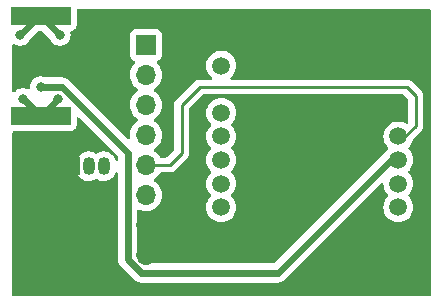
<source format=gbr>
%TF.GenerationSoftware,KiCad,Pcbnew,(6.0.2)*%
%TF.CreationDate,2022-03-07T20:15:47-06:00*%
%TF.ProjectId,RFID_board,52464944-5f62-46f6-9172-642e6b696361,rev?*%
%TF.SameCoordinates,Original*%
%TF.FileFunction,Copper,L2,Bot*%
%TF.FilePolarity,Positive*%
%FSLAX46Y46*%
G04 Gerber Fmt 4.6, Leading zero omitted, Abs format (unit mm)*
G04 Created by KiCad (PCBNEW (6.0.2)) date 2022-03-07 20:15:47*
%MOMM*%
%LPD*%
G01*
G04 APERTURE LIST*
%TA.AperFunction,ComponentPad*%
%ADD10C,1.500000*%
%TD*%
%TA.AperFunction,SMDPad,CuDef*%
%ADD11R,5.080000X1.500000*%
%TD*%
%TA.AperFunction,ComponentPad*%
%ADD12R,1.050000X1.500000*%
%TD*%
%TA.AperFunction,ComponentPad*%
%ADD13O,1.050000X1.500000*%
%TD*%
%TA.AperFunction,ComponentPad*%
%ADD14R,1.700000X1.700000*%
%TD*%
%TA.AperFunction,ComponentPad*%
%ADD15O,1.700000X1.700000*%
%TD*%
%TA.AperFunction,ViaPad*%
%ADD16C,0.800000*%
%TD*%
%TA.AperFunction,Conductor*%
%ADD17C,0.600000*%
%TD*%
%TA.AperFunction,Conductor*%
%ADD18C,0.250000*%
%TD*%
G04 APERTURE END LIST*
D10*
%TO.P,U1,1,GND*%
%TO.N,GND*%
X136460500Y-95906000D03*
%TO.P,U1,2,RST*%
%TO.N,Net-(J1-Pad5)*%
X136460500Y-97906000D03*
%TO.P,U1,3,ANT*%
%TO.N,Net-(ANTENNA1-Pad1)*%
X136460500Y-99906000D03*
%TO.P,U1,4,ANT*%
%TO.N,Net-(ANTENNA1-Pad2)*%
X136460500Y-101906000D03*
%TO.P,U1,5,CARD_PRESENT*%
%TO.N,unconnected-(U1-Pad5)*%
X136460500Y-103906000D03*
%TO.P,U1,6,TAG_IN_RANGE*%
%TO.N,Net-(J1-Pad6)*%
X121460500Y-103906000D03*
%TO.P,U1,7,DATA_SELECT*%
%TO.N,Net-(JP1-Pad2)*%
X121460500Y-101906000D03*
%TO.P,U1,8,DATA1*%
%TO.N,Net-(J1-Pad4)*%
X121460500Y-99906000D03*
%TO.P,U1,9,DATA0*%
%TO.N,Net-(J1-Pad3)*%
X121460500Y-97906000D03*
%TO.P,U1,10,LED*%
%TO.N,RFID_LED*%
X121460500Y-95906000D03*
%TO.P,U1,11,VCC*%
%TO.N,+3V3_RFID*%
X121460500Y-91906000D03*
%TD*%
D11*
%TO.P,ANTENNA1,2,2*%
%TO.N,Net-(ANTENNA1-Pad2)*%
X106172000Y-96198000D03*
X106172000Y-87698000D03*
%TD*%
D12*
%TO.P,Q1,1,E*%
%TO.N,GND*%
X108966000Y-100436000D03*
D13*
%TO.P,Q1,2,B*%
%TO.N,Net-(Q1-Pad2)*%
X110236000Y-100436000D03*
%TO.P,Q1,3,C*%
%TO.N,Net-(Q1-Pad3)*%
X111506000Y-100436000D03*
%TD*%
D14*
%TO.P,J1,1,Pin_1*%
%TO.N,+3V3_RFID*%
X115090500Y-90170000D03*
D15*
%TO.P,J1,2,Pin_2*%
%TO.N,RFID_LED*%
X115090500Y-92710000D03*
%TO.P,J1,3,Pin_3*%
%TO.N,Net-(J1-Pad3)*%
X115090500Y-95250000D03*
%TO.P,J1,4,Pin_4*%
%TO.N,Net-(J1-Pad4)*%
X115090500Y-97790000D03*
%TO.P,J1,5,Pin_5*%
%TO.N,Net-(J1-Pad5)*%
X115090500Y-100330000D03*
%TO.P,J1,6,Pin_6*%
%TO.N,Net-(J1-Pad6)*%
X115090500Y-102870000D03*
%TO.P,J1,7,Pin_7*%
%TO.N,GND*%
X115090500Y-105410000D03*
%TO.P,J1,8,Pin_8*%
X115090500Y-107950000D03*
%TD*%
D16*
%TO.N,GND*%
X111252000Y-87884000D03*
X107696000Y-98044000D03*
X107696000Y-102108000D03*
X110236000Y-106680000D03*
X136144000Y-107696000D03*
X134112000Y-89916000D03*
X127000000Y-101092000D03*
%TO.N,Net-(ANTENNA1-Pad1)*%
X106172000Y-93726000D03*
%TO.N,Net-(ANTENNA1-Pad2)*%
X107800000Y-89325000D03*
X107610000Y-94760000D03*
X104675000Y-94725000D03*
X104450000Y-89325000D03*
%TD*%
D17*
%TO.N,Net-(ANTENNA1-Pad1)*%
X107989022Y-93726000D02*
X113538000Y-99274978D01*
X106172000Y-93726000D02*
X107989022Y-93726000D01*
X114706002Y-109474000D02*
X126238000Y-109474000D01*
X113538000Y-99274978D02*
X113538000Y-108305998D01*
X113538000Y-108305998D02*
X114706002Y-109474000D01*
X135806000Y-99906000D02*
X136460500Y-99906000D01*
X126238000Y-109474000D02*
X135806000Y-99906000D01*
%TO.N,Net-(ANTENNA1-Pad2)*%
X107610000Y-94760000D02*
X106172000Y-96198000D01*
X106172000Y-87698000D02*
X106173000Y-87698000D01*
X104675000Y-94725000D02*
X104699000Y-94725000D01*
X106172000Y-87698000D02*
X106077000Y-87698000D01*
X104699000Y-94725000D02*
X106172000Y-96198000D01*
X106077000Y-87698000D02*
X104450000Y-89325000D01*
X106173000Y-87698000D02*
X107800000Y-89325000D01*
D18*
%TO.N,GND*%
X128524000Y-105410000D02*
X134366000Y-99568000D01*
X115090500Y-105410000D02*
X128524000Y-105410000D01*
X135234000Y-95906000D02*
X136460500Y-95906000D01*
X134366000Y-96774000D02*
X135234000Y-95906000D01*
X134366000Y-99568000D02*
X134366000Y-96774000D01*
%TO.N,Net-(J1-Pad5)*%
X137922000Y-97028000D02*
X137044000Y-97906000D01*
X119634000Y-93726000D02*
X137160000Y-93726000D01*
X137922000Y-94488000D02*
X137922000Y-97028000D01*
X117094000Y-100330000D02*
X118110000Y-99314000D01*
X118110000Y-95250000D02*
X119634000Y-93726000D01*
X115090500Y-100330000D02*
X117094000Y-100330000D01*
X137160000Y-93726000D02*
X137922000Y-94488000D01*
X118110000Y-99314000D02*
X118110000Y-95250000D01*
%TD*%
%TA.AperFunction,Conductor*%
%TO.N,GND*%
G36*
X139184121Y-87153002D02*
G01*
X139230614Y-87206658D01*
X139242000Y-87259000D01*
X139242000Y-111316000D01*
X139221998Y-111384121D01*
X139168342Y-111430614D01*
X139116000Y-111442000D01*
X103909000Y-111442000D01*
X103840879Y-111421998D01*
X103794386Y-111368342D01*
X103783000Y-111316000D01*
X103783000Y-97582500D01*
X103803002Y-97514379D01*
X103856658Y-97467886D01*
X103909000Y-97456500D01*
X108760134Y-97456500D01*
X108822316Y-97449745D01*
X108958705Y-97398615D01*
X109075261Y-97311261D01*
X109162615Y-97194705D01*
X109213745Y-97058316D01*
X109220500Y-96996134D01*
X109220500Y-96405060D01*
X109240502Y-96336939D01*
X109294158Y-96290446D01*
X109364432Y-96280342D01*
X109429012Y-96309836D01*
X109435595Y-96315965D01*
X112692595Y-99572965D01*
X112726621Y-99635277D01*
X112729500Y-99662060D01*
X112729500Y-99834272D01*
X112709498Y-99902393D01*
X112655842Y-99948886D01*
X112585568Y-99958990D01*
X112520988Y-99929496D01*
X112482878Y-99870690D01*
X112481298Y-99865458D01*
X112466142Y-99815258D01*
X112370990Y-99636302D01*
X112349433Y-99609870D01*
X112276000Y-99519834D01*
X112242890Y-99479237D01*
X112225874Y-99465160D01*
X112091472Y-99353973D01*
X112091469Y-99353971D01*
X112086722Y-99350044D01*
X111908435Y-99253644D01*
X111762796Y-99208561D01*
X111720707Y-99195532D01*
X111720704Y-99195531D01*
X111714820Y-99193710D01*
X111708695Y-99193066D01*
X111708694Y-99193066D01*
X111519378Y-99173168D01*
X111519377Y-99173168D01*
X111513250Y-99172524D01*
X111429986Y-99180102D01*
X111317543Y-99190335D01*
X111317540Y-99190336D01*
X111311404Y-99190894D01*
X111305498Y-99192632D01*
X111305494Y-99192633D01*
X111226604Y-99215852D01*
X111116971Y-99248119D01*
X111111514Y-99250972D01*
X111111511Y-99250973D01*
X111048097Y-99284125D01*
X110937540Y-99341923D01*
X110937538Y-99341923D01*
X110937355Y-99342019D01*
X110937337Y-99341984D01*
X110871559Y-99361889D01*
X110810591Y-99346729D01*
X110801815Y-99341984D01*
X110638435Y-99253644D01*
X110492796Y-99208561D01*
X110450707Y-99195532D01*
X110450704Y-99195531D01*
X110444820Y-99193710D01*
X110438695Y-99193066D01*
X110438694Y-99193066D01*
X110249378Y-99173168D01*
X110249377Y-99173168D01*
X110243250Y-99172524D01*
X110159986Y-99180102D01*
X110047543Y-99190335D01*
X110047540Y-99190336D01*
X110041404Y-99190894D01*
X110035498Y-99192632D01*
X110035494Y-99192633D01*
X109956604Y-99215852D01*
X109846971Y-99248119D01*
X109841514Y-99250972D01*
X109841511Y-99250973D01*
X109778097Y-99284125D01*
X109667355Y-99342019D01*
X109509399Y-99469019D01*
X109379119Y-99624281D01*
X109376155Y-99629673D01*
X109376152Y-99629677D01*
X109344843Y-99686629D01*
X109281477Y-99801891D01*
X109220193Y-99995084D01*
X109219507Y-100001201D01*
X109219506Y-100001205D01*
X109211190Y-100075348D01*
X109202500Y-100152817D01*
X109202500Y-100712004D01*
X109217277Y-100862713D01*
X109275858Y-101056742D01*
X109371010Y-101235698D01*
X109374904Y-101240472D01*
X109374905Y-101240474D01*
X109406599Y-101279334D01*
X109499110Y-101392763D01*
X109503857Y-101396690D01*
X109503859Y-101396692D01*
X109650528Y-101518027D01*
X109650531Y-101518029D01*
X109655278Y-101521956D01*
X109833565Y-101618356D01*
X109930373Y-101648323D01*
X110021293Y-101676468D01*
X110021296Y-101676469D01*
X110027180Y-101678290D01*
X110033305Y-101678934D01*
X110033306Y-101678934D01*
X110222622Y-101698832D01*
X110222623Y-101698832D01*
X110228750Y-101699476D01*
X110312014Y-101691898D01*
X110424457Y-101681665D01*
X110424460Y-101681664D01*
X110430596Y-101681106D01*
X110436502Y-101679368D01*
X110436506Y-101679367D01*
X110577909Y-101637749D01*
X110625029Y-101623881D01*
X110630486Y-101621028D01*
X110630489Y-101621027D01*
X110714837Y-101576931D01*
X110804460Y-101530077D01*
X110804462Y-101530077D01*
X110804645Y-101529981D01*
X110804663Y-101530016D01*
X110870441Y-101510111D01*
X110931409Y-101525271D01*
X111103565Y-101618356D01*
X111200373Y-101648323D01*
X111291293Y-101676468D01*
X111291296Y-101676469D01*
X111297180Y-101678290D01*
X111303305Y-101678934D01*
X111303306Y-101678934D01*
X111492622Y-101698832D01*
X111492623Y-101698832D01*
X111498750Y-101699476D01*
X111582014Y-101691898D01*
X111694457Y-101681665D01*
X111694460Y-101681664D01*
X111700596Y-101681106D01*
X111706502Y-101679368D01*
X111706506Y-101679367D01*
X111847909Y-101637749D01*
X111895029Y-101623881D01*
X111900486Y-101621028D01*
X111900489Y-101621027D01*
X111984837Y-101576931D01*
X112074645Y-101529981D01*
X112232601Y-101402981D01*
X112362881Y-101247719D01*
X112365845Y-101242327D01*
X112365848Y-101242323D01*
X112457556Y-101075506D01*
X112460523Y-101070109D01*
X112483398Y-100997997D01*
X112523061Y-100939113D01*
X112588263Y-100911020D01*
X112658303Y-100922637D01*
X112710943Y-100970277D01*
X112729500Y-101036095D01*
X112729500Y-108296784D01*
X112729493Y-108298104D01*
X112728549Y-108388219D01*
X112737711Y-108430595D01*
X112739769Y-108443161D01*
X112744603Y-108486253D01*
X112746919Y-108492904D01*
X112746920Y-108492908D01*
X112755633Y-108517928D01*
X112759796Y-108532740D01*
X112766881Y-108565508D01*
X112785208Y-108604811D01*
X112789990Y-108616587D01*
X112804255Y-108657550D01*
X112807989Y-108663525D01*
X112807990Y-108663528D01*
X112822027Y-108685993D01*
X112829366Y-108699510D01*
X112840559Y-108723512D01*
X112843538Y-108729900D01*
X112847855Y-108735465D01*
X112847856Y-108735467D01*
X112870106Y-108764151D01*
X112877402Y-108774610D01*
X112900374Y-108811374D01*
X112905334Y-108816369D01*
X112905335Y-108816370D01*
X112928976Y-108840177D01*
X112929561Y-108840802D01*
X112930078Y-108841468D01*
X112956068Y-108867458D01*
X113028185Y-108940080D01*
X113029222Y-108940738D01*
X113030451Y-108941841D01*
X114127768Y-110039158D01*
X114128696Y-110040095D01*
X114168023Y-110080254D01*
X114191773Y-110104507D01*
X114228223Y-110127998D01*
X114238548Y-110135417D01*
X114272445Y-110162476D01*
X114278786Y-110165541D01*
X114278787Y-110165542D01*
X114302639Y-110177072D01*
X114316056Y-110184601D01*
X114344240Y-110202765D01*
X114350857Y-110205173D01*
X114350862Y-110205176D01*
X114384975Y-110217592D01*
X114396718Y-110222553D01*
X114429405Y-110238354D01*
X114429410Y-110238356D01*
X114435751Y-110241421D01*
X114442609Y-110243004D01*
X114442611Y-110243005D01*
X114468428Y-110248965D01*
X114483171Y-110253332D01*
X114514687Y-110264803D01*
X114521677Y-110265686D01*
X114521685Y-110265688D01*
X114557703Y-110270238D01*
X114570255Y-110272474D01*
X114605616Y-110280638D01*
X114605619Y-110280638D01*
X114612487Y-110282224D01*
X114619533Y-110282249D01*
X114619536Y-110282249D01*
X114653058Y-110282366D01*
X114653940Y-110282395D01*
X114654771Y-110282500D01*
X114691421Y-110282500D01*
X114691861Y-110282501D01*
X114790345Y-110282845D01*
X114790350Y-110282845D01*
X114793872Y-110282857D01*
X114795072Y-110282589D01*
X114796709Y-110282500D01*
X126228786Y-110282500D01*
X126230106Y-110282507D01*
X126320221Y-110283451D01*
X126362597Y-110274289D01*
X126375163Y-110272231D01*
X126418255Y-110267397D01*
X126424906Y-110265081D01*
X126424910Y-110265080D01*
X126449930Y-110256367D01*
X126464742Y-110252204D01*
X126490619Y-110246609D01*
X126497510Y-110245119D01*
X126536813Y-110226792D01*
X126548589Y-110222010D01*
X126589552Y-110207745D01*
X126595527Y-110204011D01*
X126595530Y-110204010D01*
X126617995Y-110189973D01*
X126631512Y-110182634D01*
X126655514Y-110171441D01*
X126655515Y-110171440D01*
X126661902Y-110168462D01*
X126696153Y-110141894D01*
X126706612Y-110134598D01*
X126737404Y-110115358D01*
X126737407Y-110115356D01*
X126743376Y-110111626D01*
X126772179Y-110083024D01*
X126772804Y-110082439D01*
X126773470Y-110081922D01*
X126799460Y-110055932D01*
X126872082Y-109983815D01*
X126872740Y-109982778D01*
X126873843Y-109981549D01*
X134986191Y-101869201D01*
X135048503Y-101835175D01*
X135119318Y-101840240D01*
X135176154Y-101882787D01*
X135200807Y-101947314D01*
X135216385Y-102125371D01*
X135273380Y-102338076D01*
X135275705Y-102343061D01*
X135364118Y-102532666D01*
X135364121Y-102532671D01*
X135366444Y-102537653D01*
X135492751Y-102718038D01*
X135591618Y-102816905D01*
X135625644Y-102879217D01*
X135620579Y-102950032D01*
X135591618Y-102995095D01*
X135492751Y-103093962D01*
X135489594Y-103098470D01*
X135489592Y-103098473D01*
X135444394Y-103163023D01*
X135366444Y-103274347D01*
X135364121Y-103279329D01*
X135364118Y-103279334D01*
X135323306Y-103366857D01*
X135273380Y-103473924D01*
X135216385Y-103686629D01*
X135197193Y-103906000D01*
X135216385Y-104125371D01*
X135273380Y-104338076D01*
X135275705Y-104343061D01*
X135364118Y-104532666D01*
X135364121Y-104532671D01*
X135366444Y-104537653D01*
X135492751Y-104718038D01*
X135648462Y-104873749D01*
X135828846Y-105000056D01*
X136028424Y-105093120D01*
X136241129Y-105150115D01*
X136460500Y-105169307D01*
X136679871Y-105150115D01*
X136892576Y-105093120D01*
X137092154Y-105000056D01*
X137272538Y-104873749D01*
X137428249Y-104718038D01*
X137554556Y-104537653D01*
X137556879Y-104532671D01*
X137556882Y-104532666D01*
X137645295Y-104343061D01*
X137647620Y-104338076D01*
X137704615Y-104125371D01*
X137723807Y-103906000D01*
X137704615Y-103686629D01*
X137647620Y-103473924D01*
X137597694Y-103366857D01*
X137556882Y-103279334D01*
X137556879Y-103279329D01*
X137554556Y-103274347D01*
X137476606Y-103163023D01*
X137431408Y-103098473D01*
X137431406Y-103098470D01*
X137428249Y-103093962D01*
X137329382Y-102995095D01*
X137295356Y-102932783D01*
X137300421Y-102861968D01*
X137329382Y-102816905D01*
X137428249Y-102718038D01*
X137554556Y-102537653D01*
X137556879Y-102532671D01*
X137556882Y-102532666D01*
X137645295Y-102343061D01*
X137647620Y-102338076D01*
X137704615Y-102125371D01*
X137723807Y-101906000D01*
X137704615Y-101686629D01*
X137647620Y-101473924D01*
X137598007Y-101367529D01*
X137556882Y-101279334D01*
X137556879Y-101279329D01*
X137554556Y-101274347D01*
X137551399Y-101269838D01*
X137431408Y-101098473D01*
X137431406Y-101098470D01*
X137428249Y-101093962D01*
X137329382Y-100995095D01*
X137295356Y-100932783D01*
X137300421Y-100861968D01*
X137329382Y-100816905D01*
X137428249Y-100718038D01*
X137554556Y-100537653D01*
X137556879Y-100532671D01*
X137556882Y-100532666D01*
X137645295Y-100343061D01*
X137647620Y-100338076D01*
X137704615Y-100125371D01*
X137723807Y-99906000D01*
X137704615Y-99686629D01*
X137647620Y-99473924D01*
X137581930Y-99333051D01*
X137556882Y-99279334D01*
X137556879Y-99279329D01*
X137554556Y-99274347D01*
X137538784Y-99251822D01*
X137431408Y-99098473D01*
X137431406Y-99098470D01*
X137428249Y-99093962D01*
X137329382Y-98995095D01*
X137295356Y-98932783D01*
X137300421Y-98861968D01*
X137329382Y-98816905D01*
X137428249Y-98718038D01*
X137456889Y-98677137D01*
X137551399Y-98542162D01*
X137551400Y-98542160D01*
X137554556Y-98537653D01*
X137556879Y-98532671D01*
X137556882Y-98532666D01*
X137645297Y-98343058D01*
X137645297Y-98343057D01*
X137647620Y-98338076D01*
X137690050Y-98179726D01*
X137722662Y-98123242D01*
X138314247Y-97531657D01*
X138322537Y-97524113D01*
X138329018Y-97520000D01*
X138375659Y-97470332D01*
X138378413Y-97467491D01*
X138398135Y-97447769D01*
X138400612Y-97444576D01*
X138408317Y-97435555D01*
X138433159Y-97409100D01*
X138438586Y-97403321D01*
X138444134Y-97393229D01*
X138448346Y-97385568D01*
X138459202Y-97369041D01*
X138466757Y-97359302D01*
X138466758Y-97359300D01*
X138471614Y-97353040D01*
X138489174Y-97312460D01*
X138494391Y-97301812D01*
X138511875Y-97270009D01*
X138511876Y-97270007D01*
X138515695Y-97263060D01*
X138520733Y-97243437D01*
X138527137Y-97224734D01*
X138532033Y-97213420D01*
X138532033Y-97213419D01*
X138535181Y-97206145D01*
X138536420Y-97198322D01*
X138536423Y-97198312D01*
X138542099Y-97162476D01*
X138544505Y-97150856D01*
X138553528Y-97115711D01*
X138553528Y-97115710D01*
X138555500Y-97108030D01*
X138555500Y-97087776D01*
X138557051Y-97068065D01*
X138558980Y-97055886D01*
X138560220Y-97048057D01*
X138556059Y-97004038D01*
X138555500Y-96992181D01*
X138555500Y-94566768D01*
X138556027Y-94555585D01*
X138557702Y-94548092D01*
X138555562Y-94480001D01*
X138555500Y-94476044D01*
X138555500Y-94448144D01*
X138554996Y-94444153D01*
X138554063Y-94432311D01*
X138553759Y-94422617D01*
X138552674Y-94388111D01*
X138550462Y-94380497D01*
X138550461Y-94380492D01*
X138547023Y-94368659D01*
X138543012Y-94349295D01*
X138541467Y-94337064D01*
X138540474Y-94329203D01*
X138537557Y-94321836D01*
X138537556Y-94321831D01*
X138524198Y-94288092D01*
X138520354Y-94276865D01*
X138510230Y-94242022D01*
X138508018Y-94234407D01*
X138497707Y-94216972D01*
X138489012Y-94199224D01*
X138481552Y-94180383D01*
X138455564Y-94144613D01*
X138449048Y-94134693D01*
X138430580Y-94103465D01*
X138430578Y-94103462D01*
X138426542Y-94096638D01*
X138412221Y-94082317D01*
X138399380Y-94067283D01*
X138392132Y-94057307D01*
X138387472Y-94050893D01*
X138353407Y-94022712D01*
X138344626Y-94014722D01*
X137663647Y-93333742D01*
X137656113Y-93325463D01*
X137652000Y-93318982D01*
X137602348Y-93272356D01*
X137599507Y-93269602D01*
X137579770Y-93249865D01*
X137576573Y-93247385D01*
X137567551Y-93239680D01*
X137554116Y-93227064D01*
X137535321Y-93209414D01*
X137528375Y-93205595D01*
X137528372Y-93205593D01*
X137517566Y-93199652D01*
X137501047Y-93188801D01*
X137495048Y-93184148D01*
X137485041Y-93176386D01*
X137477772Y-93173241D01*
X137477768Y-93173238D01*
X137444463Y-93158826D01*
X137433813Y-93153609D01*
X137395060Y-93132305D01*
X137375437Y-93127267D01*
X137356734Y-93120863D01*
X137345420Y-93115967D01*
X137345419Y-93115967D01*
X137338145Y-93112819D01*
X137330322Y-93111580D01*
X137330312Y-93111577D01*
X137294476Y-93105901D01*
X137282856Y-93103495D01*
X137247711Y-93094472D01*
X137247710Y-93094472D01*
X137240030Y-93092500D01*
X137219776Y-93092500D01*
X137200065Y-93090949D01*
X137197534Y-93090548D01*
X137180057Y-93087780D01*
X137138779Y-93091682D01*
X137136039Y-93091941D01*
X137124181Y-93092500D01*
X122357276Y-93092500D01*
X122289155Y-93072498D01*
X122242662Y-93018842D01*
X122232558Y-92948568D01*
X122262052Y-92883988D01*
X122272247Y-92873953D01*
X122272538Y-92873749D01*
X122428249Y-92718038D01*
X122433878Y-92710000D01*
X122551399Y-92542162D01*
X122551400Y-92542160D01*
X122554556Y-92537653D01*
X122556879Y-92532671D01*
X122556882Y-92532666D01*
X122645295Y-92343061D01*
X122647620Y-92338076D01*
X122704615Y-92125371D01*
X122723807Y-91906000D01*
X122704615Y-91686629D01*
X122647620Y-91473924D01*
X122601995Y-91376081D01*
X122556882Y-91279334D01*
X122556879Y-91279329D01*
X122554556Y-91274347D01*
X122543318Y-91258297D01*
X122431408Y-91098473D01*
X122431406Y-91098470D01*
X122428249Y-91093962D01*
X122272538Y-90938251D01*
X122092154Y-90811944D01*
X121892576Y-90718880D01*
X121679871Y-90661885D01*
X121460500Y-90642693D01*
X121241129Y-90661885D01*
X121028424Y-90718880D01*
X120935062Y-90762415D01*
X120833834Y-90809618D01*
X120833829Y-90809621D01*
X120828847Y-90811944D01*
X120824340Y-90815100D01*
X120824338Y-90815101D01*
X120652973Y-90935092D01*
X120652970Y-90935094D01*
X120648462Y-90938251D01*
X120492751Y-91093962D01*
X120489594Y-91098470D01*
X120489592Y-91098473D01*
X120377682Y-91258297D01*
X120366444Y-91274347D01*
X120364121Y-91279329D01*
X120364118Y-91279334D01*
X120319005Y-91376081D01*
X120273380Y-91473924D01*
X120216385Y-91686629D01*
X120197193Y-91906000D01*
X120216385Y-92125371D01*
X120273380Y-92338076D01*
X120275705Y-92343061D01*
X120364118Y-92532666D01*
X120364121Y-92532671D01*
X120366444Y-92537653D01*
X120369600Y-92542160D01*
X120369601Y-92542162D01*
X120487123Y-92710000D01*
X120492751Y-92718038D01*
X120648462Y-92873749D01*
X120647719Y-92874492D01*
X120684042Y-92929089D01*
X120685168Y-93000076D01*
X120647736Y-93060404D01*
X120583631Y-93090917D01*
X120563724Y-93092500D01*
X119712763Y-93092500D01*
X119701579Y-93091973D01*
X119694091Y-93090299D01*
X119686168Y-93090548D01*
X119626033Y-93092438D01*
X119622075Y-93092500D01*
X119594144Y-93092500D01*
X119590229Y-93092995D01*
X119590225Y-93092995D01*
X119590167Y-93093003D01*
X119590138Y-93093006D01*
X119578296Y-93093939D01*
X119534110Y-93095327D01*
X119516744Y-93100372D01*
X119514658Y-93100978D01*
X119495306Y-93104986D01*
X119483068Y-93106532D01*
X119483066Y-93106533D01*
X119475203Y-93107526D01*
X119434086Y-93123806D01*
X119422885Y-93127641D01*
X119380406Y-93139982D01*
X119373587Y-93144015D01*
X119373582Y-93144017D01*
X119362971Y-93150293D01*
X119345221Y-93158990D01*
X119326383Y-93166448D01*
X119319967Y-93171109D01*
X119319966Y-93171110D01*
X119290625Y-93192428D01*
X119280701Y-93198947D01*
X119249460Y-93217422D01*
X119249455Y-93217426D01*
X119242637Y-93221458D01*
X119228313Y-93235782D01*
X119213281Y-93248621D01*
X119196893Y-93260528D01*
X119168712Y-93294593D01*
X119160722Y-93303373D01*
X117717747Y-94746348D01*
X117709461Y-94753888D01*
X117702982Y-94758000D01*
X117697557Y-94763777D01*
X117656357Y-94807651D01*
X117653602Y-94810493D01*
X117633865Y-94830230D01*
X117631385Y-94833427D01*
X117623682Y-94842447D01*
X117593414Y-94874679D01*
X117589595Y-94881625D01*
X117589593Y-94881628D01*
X117583652Y-94892434D01*
X117572801Y-94908953D01*
X117560386Y-94924959D01*
X117557241Y-94932228D01*
X117557238Y-94932232D01*
X117542826Y-94965537D01*
X117537609Y-94976187D01*
X117516305Y-95014940D01*
X117514334Y-95022615D01*
X117514334Y-95022616D01*
X117511267Y-95034562D01*
X117504863Y-95053266D01*
X117496819Y-95071855D01*
X117495580Y-95079678D01*
X117495577Y-95079688D01*
X117489901Y-95115524D01*
X117487495Y-95127144D01*
X117476500Y-95169970D01*
X117476500Y-95190224D01*
X117474949Y-95209934D01*
X117471780Y-95229943D01*
X117472526Y-95237835D01*
X117475941Y-95273961D01*
X117476500Y-95285819D01*
X117476500Y-98999405D01*
X117456498Y-99067526D01*
X117439595Y-99088501D01*
X116868499Y-99659596D01*
X116806187Y-99693621D01*
X116779404Y-99696500D01*
X116367305Y-99696500D01*
X116299184Y-99676498D01*
X116261513Y-99638940D01*
X116173322Y-99502617D01*
X116173320Y-99502614D01*
X116170514Y-99498277D01*
X116020170Y-99333051D01*
X116016119Y-99329852D01*
X116016115Y-99329848D01*
X115848914Y-99197800D01*
X115848910Y-99197798D01*
X115844859Y-99194598D01*
X115803553Y-99171796D01*
X115753584Y-99121364D01*
X115738812Y-99051921D01*
X115763928Y-98985516D01*
X115791280Y-98958909D01*
X115910670Y-98873749D01*
X115970360Y-98831173D01*
X116128596Y-98673489D01*
X116222964Y-98542162D01*
X116255935Y-98496277D01*
X116258953Y-98492077D01*
X116332603Y-98343058D01*
X116355636Y-98296453D01*
X116355637Y-98296451D01*
X116357930Y-98291811D01*
X116422870Y-98078069D01*
X116452029Y-97856590D01*
X116453656Y-97790000D01*
X116435352Y-97567361D01*
X116380931Y-97350702D01*
X116291854Y-97145840D01*
X116200119Y-97004039D01*
X116173322Y-96962617D01*
X116173320Y-96962614D01*
X116170514Y-96958277D01*
X116020170Y-96793051D01*
X116016119Y-96789852D01*
X116016115Y-96789848D01*
X115848914Y-96657800D01*
X115848910Y-96657798D01*
X115844859Y-96654598D01*
X115803553Y-96631796D01*
X115753584Y-96581364D01*
X115738812Y-96511921D01*
X115763928Y-96445516D01*
X115791280Y-96418909D01*
X115835103Y-96387650D01*
X115970360Y-96291173D01*
X116128596Y-96133489D01*
X116134430Y-96125371D01*
X116255935Y-95956277D01*
X116258953Y-95952077D01*
X116284432Y-95900525D01*
X116355636Y-95756453D01*
X116355637Y-95756451D01*
X116357930Y-95751811D01*
X116422870Y-95538069D01*
X116452029Y-95316590D01*
X116453656Y-95250000D01*
X116435352Y-95027361D01*
X116380931Y-94810702D01*
X116291854Y-94605840D01*
X116189836Y-94448144D01*
X116173322Y-94422617D01*
X116173320Y-94422614D01*
X116170514Y-94418277D01*
X116020170Y-94253051D01*
X116016119Y-94249852D01*
X116016115Y-94249848D01*
X115848914Y-94117800D01*
X115848910Y-94117798D01*
X115844859Y-94114598D01*
X115803553Y-94091796D01*
X115753584Y-94041364D01*
X115738812Y-93971921D01*
X115763928Y-93905516D01*
X115791280Y-93878909D01*
X115835103Y-93847650D01*
X115970360Y-93751173D01*
X116128596Y-93593489D01*
X116188094Y-93510689D01*
X116255935Y-93416277D01*
X116258953Y-93412077D01*
X116290266Y-93348721D01*
X116355636Y-93216453D01*
X116355637Y-93216451D01*
X116357930Y-93211811D01*
X116422870Y-92998069D01*
X116452029Y-92776590D01*
X116452111Y-92773240D01*
X116453574Y-92713365D01*
X116453574Y-92713361D01*
X116453656Y-92710000D01*
X116435352Y-92487361D01*
X116380931Y-92270702D01*
X116291854Y-92065840D01*
X116170514Y-91878277D01*
X116167032Y-91874450D01*
X116023298Y-91716488D01*
X115992246Y-91652642D01*
X116000641Y-91582143D01*
X116045817Y-91527375D01*
X116072261Y-91513706D01*
X116178797Y-91473767D01*
X116187205Y-91470615D01*
X116303761Y-91383261D01*
X116391115Y-91266705D01*
X116442245Y-91130316D01*
X116449000Y-91068134D01*
X116449000Y-89271866D01*
X116442245Y-89209684D01*
X116391115Y-89073295D01*
X116303761Y-88956739D01*
X116187205Y-88869385D01*
X116050816Y-88818255D01*
X115988634Y-88811500D01*
X114192366Y-88811500D01*
X114130184Y-88818255D01*
X113993795Y-88869385D01*
X113877239Y-88956739D01*
X113789885Y-89073295D01*
X113738755Y-89209684D01*
X113732000Y-89271866D01*
X113732000Y-91068134D01*
X113738755Y-91130316D01*
X113789885Y-91266705D01*
X113877239Y-91383261D01*
X113993795Y-91470615D01*
X114002204Y-91473767D01*
X114002205Y-91473768D01*
X114110951Y-91514535D01*
X114167716Y-91557176D01*
X114192416Y-91623738D01*
X114177209Y-91693087D01*
X114157816Y-91719568D01*
X114031129Y-91852138D01*
X113905243Y-92036680D01*
X113811188Y-92239305D01*
X113751489Y-92454570D01*
X113727751Y-92676695D01*
X113728048Y-92681848D01*
X113728048Y-92681851D01*
X113735949Y-92818872D01*
X113740610Y-92899715D01*
X113741747Y-92904761D01*
X113741748Y-92904767D01*
X113753519Y-92956995D01*
X113789722Y-93117639D01*
X113873766Y-93324616D01*
X113990487Y-93515088D01*
X114136750Y-93683938D01*
X114213346Y-93747529D01*
X114298075Y-93817872D01*
X114308626Y-93826632D01*
X114356888Y-93854834D01*
X114381945Y-93869476D01*
X114430669Y-93921114D01*
X114443740Y-93990897D01*
X114417009Y-94056669D01*
X114376555Y-94090027D01*
X114364107Y-94096507D01*
X114359974Y-94099610D01*
X114359971Y-94099612D01*
X114227315Y-94199213D01*
X114185465Y-94230635D01*
X114031129Y-94392138D01*
X114028215Y-94396410D01*
X114028214Y-94396411D01*
X113995646Y-94444154D01*
X113905243Y-94576680D01*
X113889503Y-94610590D01*
X113822778Y-94754337D01*
X113811188Y-94779305D01*
X113751489Y-94994570D01*
X113727751Y-95216695D01*
X113728048Y-95221848D01*
X113728048Y-95221851D01*
X113733511Y-95316590D01*
X113740610Y-95439715D01*
X113741747Y-95444761D01*
X113741748Y-95444767D01*
X113747196Y-95468939D01*
X113789722Y-95657639D01*
X113873766Y-95864616D01*
X113990487Y-96055088D01*
X114136750Y-96223938D01*
X114308626Y-96366632D01*
X114374388Y-96405060D01*
X114381945Y-96409476D01*
X114430669Y-96461114D01*
X114443740Y-96530897D01*
X114417009Y-96596669D01*
X114376555Y-96630027D01*
X114364107Y-96636507D01*
X114359974Y-96639610D01*
X114359971Y-96639612D01*
X114250327Y-96721935D01*
X114185465Y-96770635D01*
X114181893Y-96774373D01*
X114081702Y-96879217D01*
X114031129Y-96932138D01*
X114028215Y-96936410D01*
X114028214Y-96936411D01*
X114015904Y-96954457D01*
X113905243Y-97116680D01*
X113889503Y-97150590D01*
X113818255Y-97304081D01*
X113811188Y-97319305D01*
X113751489Y-97534570D01*
X113727751Y-97756695D01*
X113728048Y-97761848D01*
X113728048Y-97761851D01*
X113733511Y-97856590D01*
X113740610Y-97979715D01*
X113741747Y-97984761D01*
X113741748Y-97984767D01*
X113748079Y-98012857D01*
X113743543Y-98083708D01*
X113701421Y-98140860D01*
X113635088Y-98166166D01*
X113565603Y-98151593D01*
X113536067Y-98129653D01*
X108567256Y-93160842D01*
X108566328Y-93159905D01*
X108508179Y-93100525D01*
X108508178Y-93100524D01*
X108503251Y-93095493D01*
X108466801Y-93072002D01*
X108456476Y-93064583D01*
X108422579Y-93037524D01*
X108392384Y-93022927D01*
X108378967Y-93015398D01*
X108350784Y-92997235D01*
X108344167Y-92994827D01*
X108344162Y-92994824D01*
X108310049Y-92982408D01*
X108298306Y-92977447D01*
X108265619Y-92961646D01*
X108265614Y-92961644D01*
X108259273Y-92958579D01*
X108252415Y-92956996D01*
X108252413Y-92956995D01*
X108226596Y-92951035D01*
X108211853Y-92946668D01*
X108180337Y-92935197D01*
X108173347Y-92934314D01*
X108173339Y-92934312D01*
X108137321Y-92929762D01*
X108124769Y-92927526D01*
X108089408Y-92919362D01*
X108089405Y-92919362D01*
X108082537Y-92917776D01*
X108075491Y-92917751D01*
X108075488Y-92917751D01*
X108041966Y-92917634D01*
X108041084Y-92917605D01*
X108040253Y-92917500D01*
X108003603Y-92917500D01*
X108003163Y-92917499D01*
X107904679Y-92917155D01*
X107904674Y-92917155D01*
X107901152Y-92917143D01*
X107899952Y-92917411D01*
X107898315Y-92917500D01*
X106616494Y-92917500D01*
X106565245Y-92906607D01*
X106460319Y-92859891D01*
X106460318Y-92859891D01*
X106454288Y-92857206D01*
X106360888Y-92837353D01*
X106273944Y-92818872D01*
X106273939Y-92818872D01*
X106267487Y-92817500D01*
X106076513Y-92817500D01*
X106070061Y-92818872D01*
X106070056Y-92818872D01*
X105983112Y-92837353D01*
X105889712Y-92857206D01*
X105883682Y-92859891D01*
X105883681Y-92859891D01*
X105721278Y-92932197D01*
X105721276Y-92932198D01*
X105715248Y-92934882D01*
X105709907Y-92938762D01*
X105709906Y-92938763D01*
X105693015Y-92951035D01*
X105560747Y-93047134D01*
X105556326Y-93052044D01*
X105556325Y-93052045D01*
X105447203Y-93173238D01*
X105432960Y-93189056D01*
X105386457Y-93269602D01*
X105352152Y-93329020D01*
X105337473Y-93354444D01*
X105278458Y-93536072D01*
X105258496Y-93726000D01*
X105259186Y-93732564D01*
X105264828Y-93786244D01*
X105252056Y-93856083D01*
X105203554Y-93907930D01*
X105134721Y-93925324D01*
X105088270Y-93914522D01*
X104963323Y-93858892D01*
X104963315Y-93858889D01*
X104957288Y-93856206D01*
X104863887Y-93836353D01*
X104776944Y-93817872D01*
X104776939Y-93817872D01*
X104770487Y-93816500D01*
X104579513Y-93816500D01*
X104573061Y-93817872D01*
X104573056Y-93817872D01*
X104486113Y-93836353D01*
X104392712Y-93856206D01*
X104386682Y-93858891D01*
X104386681Y-93858891D01*
X104224278Y-93931197D01*
X104224276Y-93931198D01*
X104218248Y-93933882D01*
X104063747Y-94046134D01*
X104004348Y-94112104D01*
X104002636Y-94114005D01*
X103942190Y-94151245D01*
X103871207Y-94149893D01*
X103812222Y-94110380D01*
X103783964Y-94045249D01*
X103783000Y-94029695D01*
X103783000Y-90210653D01*
X103803002Y-90142532D01*
X103856658Y-90096039D01*
X103926932Y-90085935D01*
X103983058Y-90108715D01*
X103993248Y-90116118D01*
X103999276Y-90118802D01*
X103999278Y-90118803D01*
X104052575Y-90142532D01*
X104167712Y-90193794D01*
X104247027Y-90210653D01*
X104348056Y-90232128D01*
X104348061Y-90232128D01*
X104354513Y-90233500D01*
X104545487Y-90233500D01*
X104551939Y-90232128D01*
X104551944Y-90232128D01*
X104652973Y-90210653D01*
X104732288Y-90193794D01*
X104847425Y-90142532D01*
X104900722Y-90118803D01*
X104900724Y-90118802D01*
X104906752Y-90116118D01*
X104916942Y-90108715D01*
X104962157Y-90075864D01*
X105061253Y-90003866D01*
X105189040Y-89861944D01*
X105284527Y-89696556D01*
X105305354Y-89632458D01*
X105336092Y-89582300D01*
X105924987Y-88993405D01*
X105987299Y-88959379D01*
X106014082Y-88956500D01*
X106235918Y-88956500D01*
X106304039Y-88976502D01*
X106325013Y-88993405D01*
X106913908Y-89582300D01*
X106944646Y-89632458D01*
X106965473Y-89696556D01*
X107060960Y-89861944D01*
X107188747Y-90003866D01*
X107287843Y-90075864D01*
X107333059Y-90108715D01*
X107343248Y-90116118D01*
X107349276Y-90118802D01*
X107349278Y-90118803D01*
X107402575Y-90142532D01*
X107517712Y-90193794D01*
X107597027Y-90210653D01*
X107698056Y-90232128D01*
X107698061Y-90232128D01*
X107704513Y-90233500D01*
X107895487Y-90233500D01*
X107901939Y-90232128D01*
X107901944Y-90232128D01*
X108002973Y-90210653D01*
X108082288Y-90193794D01*
X108197425Y-90142532D01*
X108250722Y-90118803D01*
X108250724Y-90118802D01*
X108256752Y-90116118D01*
X108266942Y-90108715D01*
X108312157Y-90075864D01*
X108411253Y-90003866D01*
X108539040Y-89861944D01*
X108634527Y-89696556D01*
X108693542Y-89514928D01*
X108713504Y-89325000D01*
X108708279Y-89275283D01*
X108694232Y-89141635D01*
X108694232Y-89141633D01*
X108693542Y-89135072D01*
X108687679Y-89117028D01*
X108685653Y-89046061D01*
X108722316Y-88985264D01*
X108786028Y-88953939D01*
X108793902Y-88952832D01*
X108798783Y-88952301D01*
X108814459Y-88950599D01*
X108814463Y-88950598D01*
X108822316Y-88949745D01*
X108958705Y-88898615D01*
X109075261Y-88811261D01*
X109162615Y-88694705D01*
X109213745Y-88558316D01*
X109220500Y-88496134D01*
X109220500Y-87259000D01*
X109240502Y-87190879D01*
X109294158Y-87144386D01*
X109346500Y-87133000D01*
X139116000Y-87133000D01*
X139184121Y-87153002D01*
G37*
%TD.AperFunction*%
%TA.AperFunction,Conductor*%
G36*
X136913526Y-94379502D02*
G01*
X136934501Y-94396405D01*
X137251596Y-94713501D01*
X137285621Y-94775813D01*
X137288500Y-94802596D01*
X137288500Y-96707620D01*
X137268498Y-96775741D01*
X137214842Y-96822234D01*
X137144568Y-96832338D01*
X137099497Y-96816737D01*
X137096660Y-96815099D01*
X137092154Y-96811944D01*
X136892576Y-96718880D01*
X136679871Y-96661885D01*
X136460500Y-96642693D01*
X136241129Y-96661885D01*
X136028424Y-96718880D01*
X136021873Y-96721935D01*
X135833834Y-96809618D01*
X135833829Y-96809621D01*
X135828847Y-96811944D01*
X135824340Y-96815100D01*
X135824338Y-96815101D01*
X135652973Y-96935092D01*
X135652970Y-96935094D01*
X135648462Y-96938251D01*
X135492751Y-97093962D01*
X135489594Y-97098470D01*
X135489592Y-97098473D01*
X135379724Y-97255381D01*
X135366444Y-97274347D01*
X135364121Y-97279329D01*
X135364118Y-97279334D01*
X135343152Y-97324297D01*
X135273380Y-97473924D01*
X135216385Y-97686629D01*
X135197193Y-97906000D01*
X135216385Y-98125371D01*
X135273380Y-98338076D01*
X135275705Y-98343061D01*
X135364118Y-98532666D01*
X135364121Y-98532671D01*
X135366444Y-98537653D01*
X135369600Y-98542160D01*
X135369601Y-98542162D01*
X135464112Y-98677137D01*
X135492751Y-98718038D01*
X135591618Y-98816905D01*
X135625644Y-98879217D01*
X135620579Y-98950032D01*
X135591618Y-98995095D01*
X135492751Y-99093962D01*
X135489593Y-99098472D01*
X135489588Y-99098478D01*
X135443521Y-99164269D01*
X135393559Y-99206193D01*
X135388481Y-99208561D01*
X135388477Y-99208563D01*
X135382098Y-99211538D01*
X135354184Y-99233190D01*
X135347844Y-99238108D01*
X135337395Y-99245397D01*
X135300624Y-99268374D01*
X135295625Y-99273339D01*
X135295623Y-99273340D01*
X135271815Y-99296983D01*
X135271192Y-99297566D01*
X135270530Y-99298079D01*
X135244683Y-99323926D01*
X135182073Y-99386101D01*
X135171918Y-99396185D01*
X135171259Y-99397223D01*
X135170153Y-99398456D01*
X125940013Y-108628595D01*
X125877701Y-108662621D01*
X125850918Y-108665500D01*
X115093084Y-108665500D01*
X115024963Y-108645498D01*
X115003988Y-108628595D01*
X114383404Y-108008010D01*
X114349379Y-107945698D01*
X114346500Y-107918915D01*
X114346500Y-104223138D01*
X114366502Y-104155017D01*
X114420158Y-104108524D01*
X114490432Y-104098420D01*
X114517446Y-104105427D01*
X114710192Y-104179030D01*
X114715260Y-104180061D01*
X114715263Y-104180062D01*
X114822517Y-104201883D01*
X114929097Y-104223567D01*
X114934272Y-104223757D01*
X114934274Y-104223757D01*
X115147173Y-104231564D01*
X115147177Y-104231564D01*
X115152337Y-104231753D01*
X115157457Y-104231097D01*
X115157459Y-104231097D01*
X115368788Y-104204025D01*
X115368789Y-104204025D01*
X115373916Y-104203368D01*
X115378866Y-104201883D01*
X115582929Y-104140661D01*
X115582934Y-104140659D01*
X115587884Y-104139174D01*
X115788494Y-104040896D01*
X115970360Y-103911173D01*
X115975551Y-103906000D01*
X120197193Y-103906000D01*
X120216385Y-104125371D01*
X120273380Y-104338076D01*
X120275705Y-104343061D01*
X120364118Y-104532666D01*
X120364121Y-104532671D01*
X120366444Y-104537653D01*
X120492751Y-104718038D01*
X120648462Y-104873749D01*
X120828846Y-105000056D01*
X121028424Y-105093120D01*
X121241129Y-105150115D01*
X121460500Y-105169307D01*
X121679871Y-105150115D01*
X121892576Y-105093120D01*
X122092154Y-105000056D01*
X122272538Y-104873749D01*
X122428249Y-104718038D01*
X122554556Y-104537653D01*
X122556879Y-104532671D01*
X122556882Y-104532666D01*
X122645295Y-104343061D01*
X122647620Y-104338076D01*
X122704615Y-104125371D01*
X122723807Y-103906000D01*
X122704615Y-103686629D01*
X122647620Y-103473924D01*
X122597694Y-103366857D01*
X122556882Y-103279334D01*
X122556879Y-103279329D01*
X122554556Y-103274347D01*
X122476606Y-103163023D01*
X122431408Y-103098473D01*
X122431406Y-103098470D01*
X122428249Y-103093962D01*
X122329382Y-102995095D01*
X122295356Y-102932783D01*
X122300421Y-102861968D01*
X122329382Y-102816905D01*
X122428249Y-102718038D01*
X122554556Y-102537653D01*
X122556879Y-102532671D01*
X122556882Y-102532666D01*
X122645295Y-102343061D01*
X122647620Y-102338076D01*
X122704615Y-102125371D01*
X122723807Y-101906000D01*
X122704615Y-101686629D01*
X122647620Y-101473924D01*
X122598007Y-101367529D01*
X122556882Y-101279334D01*
X122556879Y-101279329D01*
X122554556Y-101274347D01*
X122551399Y-101269838D01*
X122431408Y-101098473D01*
X122431406Y-101098470D01*
X122428249Y-101093962D01*
X122329382Y-100995095D01*
X122295356Y-100932783D01*
X122300421Y-100861968D01*
X122329382Y-100816905D01*
X122428249Y-100718038D01*
X122554556Y-100537653D01*
X122556879Y-100532671D01*
X122556882Y-100532666D01*
X122645295Y-100343061D01*
X122647620Y-100338076D01*
X122704615Y-100125371D01*
X122723807Y-99906000D01*
X122704615Y-99686629D01*
X122647620Y-99473924D01*
X122581930Y-99333051D01*
X122556882Y-99279334D01*
X122556879Y-99279329D01*
X122554556Y-99274347D01*
X122538784Y-99251822D01*
X122431408Y-99098473D01*
X122431406Y-99098470D01*
X122428249Y-99093962D01*
X122329382Y-98995095D01*
X122295356Y-98932783D01*
X122300421Y-98861968D01*
X122329382Y-98816905D01*
X122428249Y-98718038D01*
X122456889Y-98677137D01*
X122551399Y-98542162D01*
X122551400Y-98542160D01*
X122554556Y-98537653D01*
X122556879Y-98532671D01*
X122556882Y-98532666D01*
X122645295Y-98343061D01*
X122647620Y-98338076D01*
X122704615Y-98125371D01*
X122723807Y-97906000D01*
X122704615Y-97686629D01*
X122647620Y-97473924D01*
X122577848Y-97324297D01*
X122556882Y-97279334D01*
X122556879Y-97279329D01*
X122554556Y-97274347D01*
X122541276Y-97255381D01*
X122431408Y-97098473D01*
X122431406Y-97098470D01*
X122428249Y-97093962D01*
X122329382Y-96995095D01*
X122295356Y-96932783D01*
X122300421Y-96861968D01*
X122329382Y-96816905D01*
X122428249Y-96718038D01*
X122466572Y-96663308D01*
X122551399Y-96542162D01*
X122551400Y-96542160D01*
X122554556Y-96537653D01*
X122556879Y-96532671D01*
X122556882Y-96532666D01*
X122604085Y-96431438D01*
X122647620Y-96338076D01*
X122704615Y-96125371D01*
X122723807Y-95906000D01*
X122704615Y-95686629D01*
X122647620Y-95473924D01*
X122604085Y-95380562D01*
X122556882Y-95279334D01*
X122556879Y-95279329D01*
X122554556Y-95274347D01*
X122514188Y-95216695D01*
X122431408Y-95098473D01*
X122431406Y-95098470D01*
X122428249Y-95093962D01*
X122272538Y-94938251D01*
X122253556Y-94924959D01*
X122173495Y-94868900D01*
X122092154Y-94811944D01*
X121892576Y-94718880D01*
X121679871Y-94661885D01*
X121460500Y-94642693D01*
X121241129Y-94661885D01*
X121028424Y-94718880D01*
X120956126Y-94752593D01*
X120833834Y-94809618D01*
X120833829Y-94809621D01*
X120828847Y-94811944D01*
X120824340Y-94815100D01*
X120824338Y-94815101D01*
X120652973Y-94935092D01*
X120652970Y-94935094D01*
X120648462Y-94938251D01*
X120492751Y-95093962D01*
X120489594Y-95098470D01*
X120489592Y-95098473D01*
X120406812Y-95216695D01*
X120366444Y-95274347D01*
X120364121Y-95279329D01*
X120364118Y-95279334D01*
X120316915Y-95380562D01*
X120273380Y-95473924D01*
X120216385Y-95686629D01*
X120197193Y-95906000D01*
X120216385Y-96125371D01*
X120273380Y-96338076D01*
X120316915Y-96431438D01*
X120364118Y-96532666D01*
X120364121Y-96532671D01*
X120366444Y-96537653D01*
X120369600Y-96542160D01*
X120369601Y-96542162D01*
X120454429Y-96663308D01*
X120492751Y-96718038D01*
X120591618Y-96816905D01*
X120625644Y-96879217D01*
X120620579Y-96950032D01*
X120591618Y-96995095D01*
X120492751Y-97093962D01*
X120489594Y-97098470D01*
X120489592Y-97098473D01*
X120379724Y-97255381D01*
X120366444Y-97274347D01*
X120364121Y-97279329D01*
X120364118Y-97279334D01*
X120343152Y-97324297D01*
X120273380Y-97473924D01*
X120216385Y-97686629D01*
X120197193Y-97906000D01*
X120216385Y-98125371D01*
X120273380Y-98338076D01*
X120275705Y-98343061D01*
X120364118Y-98532666D01*
X120364121Y-98532671D01*
X120366444Y-98537653D01*
X120369600Y-98542160D01*
X120369601Y-98542162D01*
X120464112Y-98677137D01*
X120492751Y-98718038D01*
X120591618Y-98816905D01*
X120625644Y-98879217D01*
X120620579Y-98950032D01*
X120591618Y-98995095D01*
X120492751Y-99093962D01*
X120489594Y-99098470D01*
X120489592Y-99098473D01*
X120382216Y-99251822D01*
X120366444Y-99274347D01*
X120364121Y-99279329D01*
X120364118Y-99279334D01*
X120339070Y-99333051D01*
X120273380Y-99473924D01*
X120216385Y-99686629D01*
X120197193Y-99906000D01*
X120216385Y-100125371D01*
X120273380Y-100338076D01*
X120275705Y-100343061D01*
X120364118Y-100532666D01*
X120364121Y-100532671D01*
X120366444Y-100537653D01*
X120492751Y-100718038D01*
X120591618Y-100816905D01*
X120625644Y-100879217D01*
X120620579Y-100950032D01*
X120591618Y-100995095D01*
X120492751Y-101093962D01*
X120489594Y-101098470D01*
X120489592Y-101098473D01*
X120369601Y-101269838D01*
X120366444Y-101274347D01*
X120364121Y-101279329D01*
X120364118Y-101279334D01*
X120322993Y-101367529D01*
X120273380Y-101473924D01*
X120216385Y-101686629D01*
X120197193Y-101906000D01*
X120216385Y-102125371D01*
X120273380Y-102338076D01*
X120275705Y-102343061D01*
X120364118Y-102532666D01*
X120364121Y-102532671D01*
X120366444Y-102537653D01*
X120492751Y-102718038D01*
X120591618Y-102816905D01*
X120625644Y-102879217D01*
X120620579Y-102950032D01*
X120591618Y-102995095D01*
X120492751Y-103093962D01*
X120489594Y-103098470D01*
X120489592Y-103098473D01*
X120444394Y-103163023D01*
X120366444Y-103274347D01*
X120364121Y-103279329D01*
X120364118Y-103279334D01*
X120323306Y-103366857D01*
X120273380Y-103473924D01*
X120216385Y-103686629D01*
X120197193Y-103906000D01*
X115975551Y-103906000D01*
X116128596Y-103753489D01*
X116258953Y-103572077D01*
X116357930Y-103371811D01*
X116422870Y-103158069D01*
X116452029Y-102936590D01*
X116452122Y-102932783D01*
X116453574Y-102873365D01*
X116453574Y-102873361D01*
X116453656Y-102870000D01*
X116435352Y-102647361D01*
X116380931Y-102430702D01*
X116291854Y-102225840D01*
X116223315Y-102119895D01*
X116173322Y-102042617D01*
X116173320Y-102042614D01*
X116170514Y-102038277D01*
X116020170Y-101873051D01*
X116016119Y-101869852D01*
X116016115Y-101869848D01*
X115848914Y-101737800D01*
X115848910Y-101737798D01*
X115844859Y-101734598D01*
X115803553Y-101711796D01*
X115753584Y-101661364D01*
X115738812Y-101591921D01*
X115763928Y-101525516D01*
X115791280Y-101498909D01*
X115920356Y-101406840D01*
X115970360Y-101371173D01*
X116128596Y-101213489D01*
X116258953Y-101032077D01*
X116261246Y-101027437D01*
X116262946Y-101024608D01*
X116315174Y-100976518D01*
X116370951Y-100963500D01*
X117015233Y-100963500D01*
X117026416Y-100964027D01*
X117033909Y-100965702D01*
X117041835Y-100965453D01*
X117041836Y-100965453D01*
X117101986Y-100963562D01*
X117105945Y-100963500D01*
X117133856Y-100963500D01*
X117137791Y-100963003D01*
X117137856Y-100962995D01*
X117149693Y-100962062D01*
X117181951Y-100961048D01*
X117185970Y-100960922D01*
X117193889Y-100960673D01*
X117213343Y-100955021D01*
X117232700Y-100951013D01*
X117244930Y-100949468D01*
X117244931Y-100949468D01*
X117252797Y-100948474D01*
X117260168Y-100945555D01*
X117260170Y-100945555D01*
X117293912Y-100932196D01*
X117305142Y-100928351D01*
X117339983Y-100918229D01*
X117339984Y-100918229D01*
X117347593Y-100916018D01*
X117354412Y-100911985D01*
X117354417Y-100911983D01*
X117365028Y-100905707D01*
X117382776Y-100897012D01*
X117401617Y-100889552D01*
X117437387Y-100863564D01*
X117447307Y-100857048D01*
X117478535Y-100838580D01*
X117478538Y-100838578D01*
X117485362Y-100834542D01*
X117499683Y-100820221D01*
X117514717Y-100807380D01*
X117524694Y-100800131D01*
X117531107Y-100795472D01*
X117536157Y-100789368D01*
X117536162Y-100789363D01*
X117559293Y-100761402D01*
X117567283Y-100752621D01*
X118502258Y-99817647D01*
X118510537Y-99810113D01*
X118517018Y-99806000D01*
X118563644Y-99756348D01*
X118566398Y-99753507D01*
X118586135Y-99733770D01*
X118588615Y-99730573D01*
X118596320Y-99721551D01*
X118626586Y-99689321D01*
X118630405Y-99682375D01*
X118630407Y-99682372D01*
X118636348Y-99671566D01*
X118647199Y-99655047D01*
X118654758Y-99645301D01*
X118659614Y-99639041D01*
X118662759Y-99631772D01*
X118662762Y-99631768D01*
X118677174Y-99598463D01*
X118682391Y-99587813D01*
X118703695Y-99549060D01*
X118708733Y-99529437D01*
X118715137Y-99510734D01*
X118720033Y-99499420D01*
X118720033Y-99499419D01*
X118723181Y-99492145D01*
X118724420Y-99484322D01*
X118724423Y-99484312D01*
X118730099Y-99448476D01*
X118732505Y-99436856D01*
X118741528Y-99401711D01*
X118741528Y-99401710D01*
X118743500Y-99394030D01*
X118743500Y-99373776D01*
X118745051Y-99354065D01*
X118746980Y-99341886D01*
X118748220Y-99334057D01*
X118744059Y-99290038D01*
X118743500Y-99278181D01*
X118743500Y-95564594D01*
X118763502Y-95496473D01*
X118780405Y-95475499D01*
X119859499Y-94396405D01*
X119921811Y-94362379D01*
X119948594Y-94359500D01*
X136845405Y-94359500D01*
X136913526Y-94379502D01*
G37*
%TD.AperFunction*%
%TD*%
M02*

</source>
